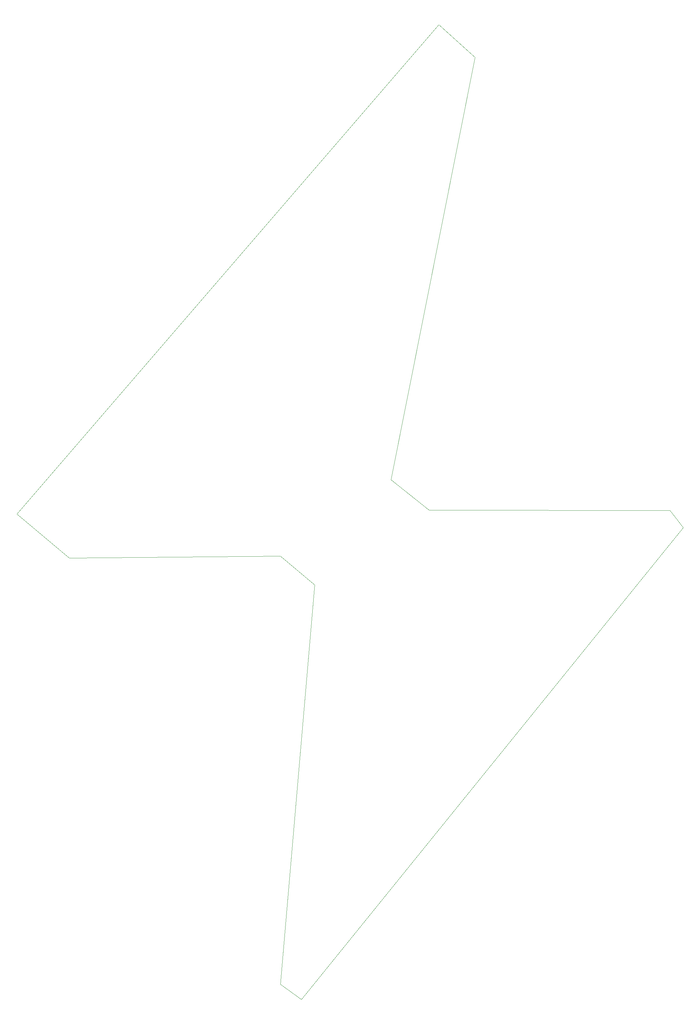
<source format=gbr>
%TF.GenerationSoftware,KiCad,Pcbnew,9.0.5*%
%TF.CreationDate,2025-11-03T11:52:37+02:00*%
%TF.ProjectId,sik_ledim_ss_,73696b5f-6c65-4646-996d-f67373f62e6b,rev?*%
%TF.SameCoordinates,Original*%
%TF.FileFunction,Profile,NP*%
%FSLAX46Y46*%
G04 Gerber Fmt 4.6, Leading zero omitted, Abs format (unit mm)*
G04 Created by KiCad (PCBNEW 9.0.5) date 2025-11-03 11:52:37*
%MOMM*%
%LPD*%
G01*
G04 APERTURE LIST*
%TA.AperFunction,Profile*%
%ADD10C,0.050000*%
%TD*%
G04 APERTURE END LIST*
D10*
X159000000Y-18000000D02*
X137000000Y-128500000D01*
X146956591Y-136456591D01*
X210000000Y-136500000D01*
X213500000Y-141000000D01*
X113500000Y-264500000D01*
X108000000Y-260500000D01*
X117000000Y-156000000D01*
X108000000Y-148500000D01*
X52760024Y-149000000D01*
X39000000Y-137500000D01*
X149500000Y-9436920D01*
X159000000Y-18000000D01*
M02*

</source>
